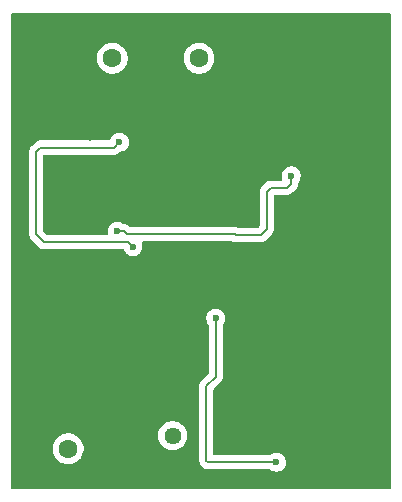
<source format=gbr>
%TF.GenerationSoftware,KiCad,Pcbnew,9.0.2*%
%TF.CreationDate,2025-05-22T13:04:18+05:30*%
%TF.ProjectId,GaN_pwr_delivery_module,47614e5f-7077-4725-9f64-656c69766572,rev?*%
%TF.SameCoordinates,Original*%
%TF.FileFunction,Copper,L2,Bot*%
%TF.FilePolarity,Positive*%
%FSLAX46Y46*%
G04 Gerber Fmt 4.6, Leading zero omitted, Abs format (unit mm)*
G04 Created by KiCad (PCBNEW 9.0.2) date 2025-05-22 13:04:18*
%MOMM*%
%LPD*%
G01*
G04 APERTURE LIST*
G04 Aperture macros list*
%AMRoundRect*
0 Rectangle with rounded corners*
0 $1 Rounding radius*
0 $2 $3 $4 $5 $6 $7 $8 $9 X,Y pos of 4 corners*
0 Add a 4 corners polygon primitive as box body*
4,1,4,$2,$3,$4,$5,$6,$7,$8,$9,$2,$3,0*
0 Add four circle primitives for the rounded corners*
1,1,$1+$1,$2,$3*
1,1,$1+$1,$4,$5*
1,1,$1+$1,$6,$7*
1,1,$1+$1,$8,$9*
0 Add four rect primitives between the rounded corners*
20,1,$1+$1,$2,$3,$4,$5,0*
20,1,$1+$1,$4,$5,$6,$7,0*
20,1,$1+$1,$6,$7,$8,$9,0*
20,1,$1+$1,$8,$9,$2,$3,0*%
G04 Aperture macros list end*
%TA.AperFunction,ComponentPad*%
%ADD10C,1.440000*%
%TD*%
%TA.AperFunction,ComponentPad*%
%ADD11RoundRect,0.250000X-0.550000X-0.550000X0.550000X-0.550000X0.550000X0.550000X-0.550000X0.550000X0*%
%TD*%
%TA.AperFunction,ComponentPad*%
%ADD12C,1.600000*%
%TD*%
%TA.AperFunction,ComponentPad*%
%ADD13RoundRect,0.250000X0.550000X0.550000X-0.550000X0.550000X-0.550000X-0.550000X0.550000X-0.550000X0*%
%TD*%
%TA.AperFunction,ViaPad*%
%ADD14C,0.200000*%
%TD*%
%TA.AperFunction,ViaPad*%
%ADD15C,0.600000*%
%TD*%
%TA.AperFunction,Conductor*%
%ADD16C,0.200000*%
%TD*%
G04 APERTURE END LIST*
D10*
%TO.P,RV1,1,1*%
%TO.N,Net-(R3-Pad2)*%
X230083333Y-143350000D03*
%TO.P,RV1,2,2*%
%TO.N,GND*%
X230083333Y-140810000D03*
%TO.P,RV1,3,3*%
X230083333Y-138270000D03*
%TD*%
D11*
%TO.P,J3,1,Pin_1*%
%TO.N,GND*%
X221383333Y-111400000D03*
D12*
%TO.P,J3,2,Pin_2*%
%TO.N,drainV*%
X224983333Y-111400000D03*
%TD*%
D11*
%TO.P,J2,1,Pin_1*%
%TO.N,GND*%
X228733333Y-111400000D03*
D12*
%TO.P,J2,2,Pin_2*%
%TO.N,negGateV*%
X232333333Y-111400000D03*
%TD*%
D13*
%TO.P,J1,1,Pin_1*%
%TO.N,GND*%
X224843333Y-144450000D03*
D12*
%TO.P,J1,2,Pin_2*%
%TO.N,+28V*%
X221243333Y-144450000D03*
%TD*%
D14*
%TO.N,GND*%
X241933333Y-134400000D03*
X235433333Y-139150000D03*
X232483333Y-113700000D03*
X235433333Y-140083333D03*
X238738888Y-110500000D03*
X219083333Y-116594444D03*
X239483333Y-138700000D03*
X244100000Y-123300000D03*
X224695658Y-117898795D03*
X234533333Y-121200000D03*
X245033333Y-123300000D03*
X233300000Y-119700000D03*
X237458333Y-139166667D03*
X228372222Y-112950000D03*
X219083333Y-117400000D03*
X237127777Y-110500000D03*
X247183333Y-118416667D03*
X241033333Y-120750000D03*
X220233333Y-120500000D03*
X231338889Y-112950000D03*
X244683333Y-114383333D03*
X232950000Y-112950000D03*
X245633333Y-141350000D03*
X235433333Y-140550000D03*
X242350000Y-135400000D03*
X235433333Y-138700000D03*
X225883333Y-133666667D03*
X245283333Y-116750000D03*
X247083333Y-111500000D03*
X237150000Y-142966667D03*
X234183333Y-116450000D03*
X234633333Y-117200000D03*
X240833333Y-137550000D03*
X236683333Y-143733333D03*
X240477777Y-110500000D03*
X237083333Y-132300000D03*
X237458333Y-137316667D03*
X238683333Y-140550000D03*
X225883333Y-129200000D03*
X244100000Y-125000000D03*
X227183333Y-110988889D03*
X243516666Y-137550000D03*
X237616666Y-142966667D03*
X221033333Y-119950000D03*
X245283333Y-127050000D03*
X239483333Y-136850000D03*
X237616666Y-142200000D03*
X222600000Y-112950000D03*
X227938888Y-136650000D03*
X239483333Y-136383333D03*
X238083333Y-143733333D03*
X240183333Y-136450000D03*
X245283333Y-119200000D03*
X247183333Y-113800000D03*
X240383333Y-123850000D03*
X236383333Y-140550000D03*
X233050000Y-114700000D03*
X230783333Y-133100000D03*
X229227777Y-135300000D03*
X230533333Y-112950000D03*
X230783333Y-132166667D03*
X243433333Y-110500000D03*
X237150000Y-142583333D03*
X225883333Y-136516667D03*
X238233333Y-140550000D03*
X237458333Y-138700000D03*
X238472222Y-112350000D03*
X247183333Y-122116667D03*
X243972222Y-112350000D03*
X237150000Y-144500000D03*
X231827777Y-136650000D03*
X233550000Y-115650000D03*
X234733333Y-120400000D03*
X237616666Y-143733333D03*
X247183333Y-125766667D03*
X233783333Y-110533333D03*
X244683333Y-113450000D03*
X244733333Y-116083333D03*
X225883333Y-137450000D03*
X219833333Y-110988889D03*
X241116666Y-136450000D03*
X226633333Y-122050000D03*
X245283333Y-118266667D03*
X236683333Y-142200000D03*
X229677777Y-136650000D03*
X233600000Y-121200000D03*
X236633333Y-112350000D03*
X235433333Y-137300000D03*
X221794444Y-112950000D03*
X244383333Y-124150000D03*
X241766666Y-137550000D03*
X239083333Y-132200000D03*
X233333333Y-117800000D03*
X242866666Y-136450000D03*
X233583333Y-116950000D03*
X227183333Y-110183333D03*
X240983333Y-121500000D03*
X237983333Y-131350000D03*
X233400000Y-113800000D03*
X240083333Y-112350000D03*
X238083333Y-144116667D03*
X238083333Y-142200000D03*
X238083333Y-142966667D03*
X219833333Y-110183333D03*
X225433333Y-128050000D03*
X245033333Y-125000000D03*
X233783333Y-112950000D03*
X245283333Y-115816667D03*
X235033333Y-116200000D03*
X244733333Y-122400000D03*
X247183333Y-114616667D03*
X240833333Y-122150000D03*
X227183333Y-111794444D03*
X232144444Y-112950000D03*
X235433333Y-136850000D03*
X219833333Y-112600000D03*
X236094444Y-110500000D03*
X247183333Y-120366667D03*
X235233333Y-142125000D03*
X241016666Y-112350000D03*
X239483333Y-137766667D03*
X219283333Y-114133333D03*
X234233333Y-119700000D03*
X247183333Y-121300000D03*
X226683333Y-120850000D03*
X235433333Y-138233333D03*
X236833333Y-140550000D03*
X247183333Y-124950000D03*
X227533333Y-122900000D03*
X233600000Y-118850000D03*
X237150000Y-143733333D03*
X225883333Y-135700000D03*
X234977777Y-110500000D03*
X244333333Y-126150000D03*
X247183333Y-129550000D03*
X237458333Y-135933333D03*
X237458333Y-139633333D03*
X239277777Y-112350000D03*
X234333333Y-113800000D03*
X237458333Y-136400000D03*
X229983333Y-112950000D03*
X237458333Y-138250000D03*
X239150000Y-140550000D03*
X228744444Y-136650000D03*
X246727777Y-110500000D03*
X242627777Y-110500000D03*
X242583333Y-137550000D03*
X235233333Y-142700000D03*
X225691256Y-116190136D03*
X244350000Y-127050000D03*
X238083333Y-144500000D03*
X239544444Y-110500000D03*
X237458333Y-140100000D03*
X237666666Y-112350000D03*
X238083333Y-142583333D03*
X225883333Y-131916667D03*
X234533333Y-118850000D03*
X235916666Y-140550000D03*
X237616666Y-144500000D03*
X237150000Y-144116667D03*
X244333333Y-141000000D03*
X233783333Y-112144444D03*
X247183333Y-128616667D03*
X240583333Y-122944444D03*
X241594444Y-110500000D03*
X239283333Y-115650000D03*
X227408396Y-117574039D03*
X235433333Y-136383333D03*
X242866666Y-134400000D03*
X227203149Y-116259180D03*
X247183333Y-126700000D03*
X239483333Y-139616667D03*
X224088889Y-112950000D03*
X241683333Y-120700000D03*
X224862060Y-116002623D03*
X241483333Y-121400000D03*
X243400000Y-126150000D03*
X247183333Y-112866667D03*
X231500000Y-144250000D03*
X220988889Y-112950000D03*
X227583333Y-120200000D03*
X224894444Y-112950000D03*
X237616666Y-142583333D03*
X243800000Y-122400000D03*
X226783333Y-123400000D03*
X239483333Y-140550000D03*
X243283333Y-135400000D03*
X247183333Y-117600000D03*
X234233333Y-117800000D03*
X244733333Y-115150000D03*
X230033333Y-135300000D03*
X225883333Y-134600000D03*
X236683333Y-142583333D03*
X237458333Y-137783333D03*
X226471960Y-115899999D03*
X245283333Y-121350000D03*
X226728518Y-116727398D03*
X235983333Y-131500000D03*
X219283333Y-114938889D03*
X237533333Y-127700000D03*
X247183333Y-127800000D03*
X239483333Y-138233333D03*
X232633333Y-136650000D03*
X247183333Y-116666667D03*
X225883333Y-130950000D03*
X241533333Y-135400000D03*
X247183333Y-119350000D03*
X243166666Y-112350000D03*
X227235219Y-115585716D03*
X235516666Y-112350000D03*
X226728518Y-117535555D03*
X229177777Y-112950000D03*
X225883333Y-130016667D03*
X241933333Y-136450000D03*
X237766666Y-140550000D03*
X237616666Y-144116667D03*
X244577777Y-110500000D03*
X223283333Y-112950000D03*
X236683333Y-142966667D03*
X237150000Y-142200000D03*
X237300000Y-140550000D03*
X243400000Y-141000000D03*
X233983333Y-114700000D03*
X247183333Y-123050000D03*
X239483333Y-139150000D03*
X236683333Y-143350000D03*
X220183333Y-112950000D03*
X235433333Y-137766667D03*
X239483333Y-140083333D03*
X237616666Y-143350000D03*
X230794444Y-136650000D03*
X235433333Y-139616667D03*
X245694444Y-110500000D03*
X225883333Y-132850000D03*
X238083333Y-143350000D03*
X219300000Y-120500000D03*
X245283333Y-120416667D03*
X240600000Y-135400000D03*
X233800000Y-120400000D03*
X240183333Y-134400000D03*
X236683333Y-144116667D03*
X243450000Y-124150000D03*
X236683333Y-144500000D03*
X219833333Y-111794444D03*
X227483333Y-121600000D03*
X242133333Y-112350000D03*
X227566666Y-112950000D03*
X247183333Y-115550000D03*
X227183333Y-112600000D03*
X241116666Y-134400000D03*
X239483333Y-137300000D03*
X234483333Y-115650000D03*
X227077777Y-135300000D03*
X237458333Y-136850000D03*
X237933333Y-110500000D03*
X237150000Y-143350000D03*
X247183333Y-124016667D03*
X235233333Y-141550000D03*
X228194444Y-135300000D03*
X245633333Y-142283333D03*
X223109276Y-118275080D03*
D15*
%TO.N,posGateV*%
X233733333Y-133400000D03*
X238883333Y-145600000D03*
%TO.N,+28V*%
X240133333Y-121350000D03*
X225383333Y-126050000D03*
%TO.N,isGateOn*%
X226733333Y-127350000D03*
X225583333Y-118500000D03*
%TD*%
D16*
%TO.N,posGateV*%
X233733333Y-133400000D02*
X233733333Y-138350000D01*
X232933333Y-145450000D02*
X233083333Y-145600000D01*
X233733333Y-138350000D02*
X232933333Y-139150000D01*
X233083333Y-145600000D02*
X238883333Y-145600000D01*
X232933333Y-139150000D02*
X232933333Y-145450000D01*
%TO.N,+28V*%
X235433333Y-126350000D02*
X237583333Y-126350000D01*
X226000433Y-126050000D02*
X226250433Y-126300000D01*
X238383333Y-122350000D02*
X239783333Y-122350000D01*
X240133333Y-122000000D02*
X240133333Y-121350000D01*
X239783333Y-122350000D02*
X240133333Y-122000000D01*
X238058333Y-125875000D02*
X238058333Y-122675000D01*
X238058333Y-122675000D02*
X238383333Y-122350000D01*
X226250433Y-126300000D02*
X235383333Y-126300000D01*
X225383333Y-126050000D02*
X226000433Y-126050000D01*
X235383333Y-126300000D02*
X235433333Y-126350000D01*
X237583333Y-126350000D02*
X238058333Y-125875000D01*
%TO.N,isGateOn*%
X225133333Y-118950000D02*
X225583333Y-118500000D01*
X218533333Y-119300000D02*
X218883333Y-118950000D01*
X219183333Y-126950000D02*
X218533333Y-126300000D01*
X218533333Y-126300000D02*
X218533333Y-119300000D01*
X226733333Y-127350000D02*
X226333333Y-126950000D01*
X218883333Y-118950000D02*
X225133333Y-118950000D01*
X226333333Y-126950000D02*
X219183333Y-126950000D01*
%TD*%
%TA.AperFunction,Conductor*%
%TO.N,GND*%
G36*
X248525872Y-107570185D02*
G01*
X248571627Y-107622989D01*
X248582833Y-107674500D01*
X248582833Y-147725500D01*
X248563148Y-147792539D01*
X248510344Y-147838294D01*
X248458833Y-147849500D01*
X216507833Y-147849500D01*
X216440794Y-147829815D01*
X216395039Y-147777011D01*
X216383833Y-147725500D01*
X216383833Y-144347648D01*
X219942833Y-144347648D01*
X219942833Y-144552351D01*
X219974855Y-144754534D01*
X220038114Y-144949223D01*
X220131048Y-145131613D01*
X220251361Y-145297213D01*
X220396119Y-145441971D01*
X220505106Y-145521153D01*
X220561723Y-145562287D01*
X220677940Y-145621503D01*
X220744109Y-145655218D01*
X220744111Y-145655218D01*
X220744114Y-145655220D01*
X220825873Y-145681785D01*
X220938798Y-145718477D01*
X221023547Y-145731900D01*
X221140981Y-145750500D01*
X221140982Y-145750500D01*
X221345684Y-145750500D01*
X221345685Y-145750500D01*
X221547867Y-145718477D01*
X221742552Y-145655220D01*
X221924943Y-145562287D01*
X221970684Y-145529054D01*
X232332831Y-145529054D01*
X232373756Y-145681785D01*
X232402691Y-145731900D01*
X232402692Y-145731904D01*
X232402693Y-145731904D01*
X232452812Y-145818714D01*
X232452814Y-145818717D01*
X232571682Y-145937585D01*
X232571688Y-145937590D01*
X232598472Y-145964374D01*
X232598482Y-145964385D01*
X232602812Y-145968715D01*
X232602813Y-145968716D01*
X232714617Y-146080520D01*
X232766178Y-146110288D01*
X232801428Y-146130639D01*
X232801430Y-146130641D01*
X232839484Y-146152611D01*
X232851548Y-146159577D01*
X233004276Y-146200501D01*
X233004279Y-146200501D01*
X233169986Y-146200501D01*
X233170002Y-146200500D01*
X238303567Y-146200500D01*
X238370606Y-146220185D01*
X238372458Y-146221398D01*
X238504147Y-146309390D01*
X238504160Y-146309397D01*
X238649831Y-146369735D01*
X238649836Y-146369737D01*
X238804486Y-146400499D01*
X238804489Y-146400500D01*
X238804491Y-146400500D01*
X238962177Y-146400500D01*
X238962178Y-146400499D01*
X239116830Y-146369737D01*
X239262512Y-146309394D01*
X239393622Y-146221789D01*
X239505122Y-146110289D01*
X239592727Y-145979179D01*
X239653070Y-145833497D01*
X239683833Y-145678842D01*
X239683833Y-145521158D01*
X239683833Y-145521155D01*
X239683832Y-145521153D01*
X239653070Y-145366503D01*
X239624372Y-145297219D01*
X239592730Y-145220827D01*
X239592723Y-145220814D01*
X239505122Y-145089711D01*
X239505119Y-145089707D01*
X239393625Y-144978213D01*
X239393621Y-144978210D01*
X239262518Y-144890609D01*
X239262505Y-144890602D01*
X239116834Y-144830264D01*
X239116822Y-144830261D01*
X238962178Y-144799500D01*
X238962175Y-144799500D01*
X238804491Y-144799500D01*
X238804488Y-144799500D01*
X238649843Y-144830261D01*
X238649831Y-144830264D01*
X238504160Y-144890602D01*
X238504147Y-144890609D01*
X238372458Y-144978602D01*
X238305780Y-144999480D01*
X238303567Y-144999500D01*
X233657833Y-144999500D01*
X233590794Y-144979815D01*
X233545039Y-144927011D01*
X233533833Y-144875500D01*
X233533833Y-139450096D01*
X233553518Y-139383057D01*
X233570148Y-139362419D01*
X234102046Y-138830521D01*
X234102049Y-138830520D01*
X234213853Y-138718716D01*
X234263972Y-138631904D01*
X234292910Y-138581785D01*
X234333834Y-138429057D01*
X234333834Y-138270943D01*
X234333834Y-138263348D01*
X234333833Y-138263330D01*
X234333833Y-133979765D01*
X234353518Y-133912726D01*
X234354731Y-133910874D01*
X234442723Y-133779185D01*
X234442723Y-133779184D01*
X234442727Y-133779179D01*
X234503070Y-133633497D01*
X234533833Y-133478842D01*
X234533833Y-133321158D01*
X234533833Y-133321155D01*
X234533832Y-133321153D01*
X234503071Y-133166510D01*
X234503070Y-133166503D01*
X234503068Y-133166498D01*
X234442730Y-133020827D01*
X234442723Y-133020814D01*
X234355122Y-132889711D01*
X234355119Y-132889707D01*
X234243625Y-132778213D01*
X234243621Y-132778210D01*
X234112518Y-132690609D01*
X234112505Y-132690602D01*
X233966834Y-132630264D01*
X233966822Y-132630261D01*
X233812178Y-132599500D01*
X233812175Y-132599500D01*
X233654491Y-132599500D01*
X233654488Y-132599500D01*
X233499843Y-132630261D01*
X233499831Y-132630264D01*
X233354160Y-132690602D01*
X233354147Y-132690609D01*
X233223044Y-132778210D01*
X233223040Y-132778213D01*
X233111546Y-132889707D01*
X233111543Y-132889711D01*
X233023942Y-133020814D01*
X233023935Y-133020827D01*
X232963597Y-133166498D01*
X232963594Y-133166510D01*
X232932833Y-133321153D01*
X232932833Y-133478846D01*
X232963594Y-133633489D01*
X232963597Y-133633501D01*
X233023935Y-133779172D01*
X233023942Y-133779185D01*
X233111935Y-133910874D01*
X233132813Y-133977551D01*
X233132833Y-133979765D01*
X233132833Y-138049902D01*
X233113148Y-138116941D01*
X233096514Y-138137583D01*
X232452814Y-138781282D01*
X232452812Y-138781284D01*
X232432832Y-138815891D01*
X232424387Y-138830520D01*
X232373756Y-138918215D01*
X232332832Y-139070943D01*
X232332832Y-139229057D01*
X232332832Y-139229059D01*
X232332833Y-139239053D01*
X232332833Y-145363330D01*
X232332832Y-145363348D01*
X232332832Y-145529054D01*
X232332831Y-145529054D01*
X221970684Y-145529054D01*
X222017923Y-145494732D01*
X222090546Y-145441971D01*
X222090548Y-145441968D01*
X222090552Y-145441966D01*
X222235299Y-145297219D01*
X222235301Y-145297215D01*
X222235304Y-145297213D01*
X222290810Y-145220814D01*
X222355620Y-145131610D01*
X222448553Y-144949219D01*
X222511810Y-144754534D01*
X222543833Y-144552352D01*
X222543833Y-144347648D01*
X222511810Y-144145466D01*
X222511692Y-144145104D01*
X222448551Y-143950776D01*
X222414836Y-143884607D01*
X222355620Y-143768390D01*
X222347889Y-143757749D01*
X222235304Y-143602786D01*
X222090550Y-143458032D01*
X222090545Y-143458028D01*
X221941018Y-143349391D01*
X221924946Y-143337714D01*
X221760541Y-143253945D01*
X228862833Y-143253945D01*
X228862833Y-143446054D01*
X228892886Y-143635802D01*
X228952249Y-143818506D01*
X228952251Y-143818509D01*
X229039468Y-143989681D01*
X229152388Y-144145102D01*
X229288231Y-144280945D01*
X229443652Y-144393865D01*
X229614824Y-144481082D01*
X229614826Y-144481083D01*
X229706178Y-144510764D01*
X229797532Y-144540447D01*
X229987278Y-144570500D01*
X229987279Y-144570500D01*
X230179387Y-144570500D01*
X230179388Y-144570500D01*
X230369134Y-144540447D01*
X230551842Y-144481082D01*
X230723014Y-144393865D01*
X230878435Y-144280945D01*
X231014278Y-144145102D01*
X231127198Y-143989681D01*
X231214415Y-143818509D01*
X231273780Y-143635801D01*
X231303833Y-143446055D01*
X231303833Y-143253945D01*
X231273780Y-143064199D01*
X231214415Y-142881491D01*
X231127198Y-142710319D01*
X231014278Y-142554898D01*
X230878435Y-142419055D01*
X230723014Y-142306135D01*
X230551839Y-142218916D01*
X230369135Y-142159553D01*
X230274261Y-142144526D01*
X230179388Y-142129500D01*
X229987278Y-142129500D01*
X229924029Y-142139517D01*
X229797530Y-142159553D01*
X229614826Y-142218916D01*
X229443651Y-142306135D01*
X229354978Y-142370560D01*
X229288231Y-142419055D01*
X229288229Y-142419057D01*
X229288228Y-142419057D01*
X229152390Y-142554895D01*
X229152390Y-142554896D01*
X229152388Y-142554898D01*
X229103893Y-142621645D01*
X229039468Y-142710318D01*
X228952249Y-142881493D01*
X228892886Y-143064197D01*
X228862833Y-143253945D01*
X221760541Y-143253945D01*
X221742556Y-143244781D01*
X221547867Y-143181522D01*
X221373328Y-143153878D01*
X221345685Y-143149500D01*
X221140981Y-143149500D01*
X221116662Y-143153351D01*
X220938798Y-143181522D01*
X220744109Y-143244781D01*
X220561719Y-143337715D01*
X220396119Y-143458028D01*
X220251361Y-143602786D01*
X220131048Y-143768386D01*
X220038114Y-143950776D01*
X219974855Y-144145465D01*
X219942833Y-144347648D01*
X216383833Y-144347648D01*
X216383833Y-126379054D01*
X217932831Y-126379054D01*
X217932832Y-126379057D01*
X217973756Y-126531785D01*
X217983984Y-126549500D01*
X218052810Y-126668712D01*
X218052814Y-126668717D01*
X218171682Y-126787585D01*
X218171688Y-126787590D01*
X218698472Y-127314374D01*
X218698482Y-127314385D01*
X218702812Y-127318715D01*
X218702813Y-127318716D01*
X218814617Y-127430520D01*
X218901428Y-127480639D01*
X218901430Y-127480641D01*
X218939484Y-127502611D01*
X218951548Y-127509577D01*
X219104276Y-127550501D01*
X219104279Y-127550501D01*
X219269986Y-127550501D01*
X219270002Y-127550500D01*
X225867074Y-127550500D01*
X225934113Y-127570185D01*
X225979868Y-127622989D01*
X225981635Y-127627048D01*
X226023935Y-127729172D01*
X226023942Y-127729185D01*
X226111543Y-127860288D01*
X226111546Y-127860292D01*
X226223040Y-127971786D01*
X226223044Y-127971789D01*
X226354147Y-128059390D01*
X226354160Y-128059397D01*
X226499831Y-128119735D01*
X226499836Y-128119737D01*
X226654486Y-128150499D01*
X226654489Y-128150500D01*
X226654491Y-128150500D01*
X226812177Y-128150500D01*
X226812178Y-128150499D01*
X226966830Y-128119737D01*
X227112512Y-128059394D01*
X227243622Y-127971789D01*
X227355122Y-127860289D01*
X227442727Y-127729179D01*
X227503070Y-127583497D01*
X227533833Y-127428842D01*
X227533833Y-127271158D01*
X227533833Y-127271155D01*
X227533832Y-127271153D01*
X227503071Y-127116510D01*
X227503070Y-127116503D01*
X227484617Y-127071952D01*
X227477148Y-127002483D01*
X227508424Y-126940004D01*
X227568513Y-126904352D01*
X227599178Y-126900500D01*
X235154970Y-126900500D01*
X235193513Y-126908165D01*
X235193699Y-126907473D01*
X235201547Y-126909575D01*
X235201549Y-126909577D01*
X235354276Y-126950501D01*
X235354278Y-126950501D01*
X235519987Y-126950501D01*
X235520003Y-126950500D01*
X237496664Y-126950500D01*
X237496680Y-126950501D01*
X237504276Y-126950501D01*
X237662387Y-126950501D01*
X237662390Y-126950501D01*
X237815118Y-126909577D01*
X237865237Y-126880639D01*
X237952049Y-126830520D01*
X238063853Y-126718716D01*
X238063853Y-126718714D01*
X238074061Y-126708507D01*
X238074063Y-126708504D01*
X238416839Y-126365728D01*
X238416844Y-126365724D01*
X238427047Y-126355520D01*
X238427049Y-126355520D01*
X238538853Y-126243716D01*
X238617910Y-126106784D01*
X238654251Y-125971158D01*
X238658833Y-125954058D01*
X238658833Y-125795943D01*
X238658833Y-123074500D01*
X238678518Y-123007461D01*
X238731322Y-122961706D01*
X238782833Y-122950500D01*
X239696664Y-122950500D01*
X239696680Y-122950501D01*
X239704276Y-122950501D01*
X239862387Y-122950501D01*
X239862390Y-122950501D01*
X240015118Y-122909577D01*
X240065237Y-122880639D01*
X240152049Y-122830520D01*
X240263853Y-122718716D01*
X240263854Y-122718714D01*
X240613853Y-122368716D01*
X240692910Y-122231784D01*
X240733834Y-122079057D01*
X240733834Y-121929764D01*
X240753519Y-121862725D01*
X240754732Y-121860873D01*
X240842723Y-121729185D01*
X240842723Y-121729184D01*
X240842727Y-121729179D01*
X240903070Y-121583497D01*
X240933833Y-121428842D01*
X240933833Y-121271158D01*
X240933833Y-121271155D01*
X240933832Y-121271153D01*
X240903071Y-121116510D01*
X240903070Y-121116503D01*
X240903068Y-121116498D01*
X240842730Y-120970827D01*
X240842723Y-120970814D01*
X240755122Y-120839711D01*
X240755119Y-120839707D01*
X240643625Y-120728213D01*
X240643621Y-120728210D01*
X240512518Y-120640609D01*
X240512505Y-120640602D01*
X240366834Y-120580264D01*
X240366822Y-120580261D01*
X240212178Y-120549500D01*
X240212175Y-120549500D01*
X240054491Y-120549500D01*
X240054488Y-120549500D01*
X239899843Y-120580261D01*
X239899831Y-120580264D01*
X239754160Y-120640602D01*
X239754147Y-120640609D01*
X239623044Y-120728210D01*
X239623040Y-120728213D01*
X239511546Y-120839707D01*
X239511543Y-120839711D01*
X239423942Y-120970814D01*
X239423935Y-120970827D01*
X239363597Y-121116498D01*
X239363594Y-121116510D01*
X239332833Y-121271153D01*
X239332833Y-121428846D01*
X239363594Y-121583489D01*
X239365364Y-121589324D01*
X239362612Y-121590158D01*
X239368836Y-121647359D01*
X239337642Y-121709878D01*
X239277599Y-121745608D01*
X239246778Y-121749500D01*
X238304273Y-121749500D01*
X238263352Y-121760464D01*
X238263352Y-121760465D01*
X238226084Y-121770451D01*
X238151547Y-121790423D01*
X238151542Y-121790426D01*
X238014623Y-121869475D01*
X238014615Y-121869481D01*
X237577814Y-122306282D01*
X237577813Y-122306284D01*
X237541768Y-122368716D01*
X237498756Y-122443215D01*
X237457832Y-122595943D01*
X237457832Y-122595945D01*
X237457832Y-122764046D01*
X237457833Y-122764059D01*
X237457833Y-125574903D01*
X237449188Y-125604343D01*
X237442665Y-125634330D01*
X237438910Y-125639345D01*
X237438148Y-125641942D01*
X237421514Y-125662584D01*
X237370917Y-125713181D01*
X237309594Y-125746666D01*
X237283236Y-125749500D01*
X235661697Y-125749500D01*
X235623153Y-125741834D01*
X235622968Y-125742527D01*
X235615119Y-125740424D01*
X235615118Y-125740423D01*
X235462390Y-125699499D01*
X235304276Y-125699499D01*
X235296680Y-125699499D01*
X235296664Y-125699500D01*
X226550531Y-125699500D01*
X226483492Y-125679815D01*
X226462850Y-125663181D01*
X226369150Y-125569481D01*
X226369149Y-125569480D01*
X226282337Y-125519360D01*
X226282337Y-125519359D01*
X226282333Y-125519358D01*
X226232218Y-125490423D01*
X226079490Y-125449499D01*
X225963097Y-125449499D01*
X225896058Y-125429814D01*
X225894206Y-125428601D01*
X225762518Y-125340609D01*
X225762505Y-125340602D01*
X225616834Y-125280264D01*
X225616822Y-125280261D01*
X225462178Y-125249500D01*
X225462175Y-125249500D01*
X225304491Y-125249500D01*
X225304488Y-125249500D01*
X225149843Y-125280261D01*
X225149831Y-125280264D01*
X225004160Y-125340602D01*
X225004147Y-125340609D01*
X224873044Y-125428210D01*
X224873040Y-125428213D01*
X224761546Y-125539707D01*
X224761543Y-125539711D01*
X224673942Y-125670814D01*
X224673935Y-125670827D01*
X224613597Y-125816498D01*
X224613594Y-125816510D01*
X224582833Y-125971153D01*
X224582833Y-126128846D01*
X224597247Y-126201309D01*
X224591020Y-126270900D01*
X224548157Y-126326078D01*
X224482267Y-126349322D01*
X224475630Y-126349500D01*
X219483430Y-126349500D01*
X219416391Y-126329815D01*
X219395749Y-126313181D01*
X219170152Y-126087584D01*
X219136667Y-126026261D01*
X219133833Y-125999903D01*
X219133833Y-119674500D01*
X219153518Y-119607461D01*
X219206322Y-119561706D01*
X219257833Y-119550500D01*
X225046664Y-119550500D01*
X225046680Y-119550501D01*
X225054276Y-119550501D01*
X225212387Y-119550501D01*
X225212390Y-119550501D01*
X225365118Y-119509577D01*
X225415237Y-119480639D01*
X225502049Y-119430520D01*
X225597996Y-119334572D01*
X225659317Y-119301088D01*
X225661485Y-119300637D01*
X225662174Y-119300500D01*
X225662175Y-119300500D01*
X225816830Y-119269737D01*
X225962512Y-119209394D01*
X226093622Y-119121789D01*
X226205122Y-119010289D01*
X226292727Y-118879179D01*
X226353070Y-118733497D01*
X226383833Y-118578842D01*
X226383833Y-118421158D01*
X226383833Y-118421155D01*
X226383832Y-118421153D01*
X226353071Y-118266510D01*
X226353070Y-118266503D01*
X226353068Y-118266498D01*
X226292730Y-118120827D01*
X226292723Y-118120814D01*
X226205122Y-117989711D01*
X226205119Y-117989707D01*
X226093625Y-117878213D01*
X226093621Y-117878210D01*
X225962518Y-117790609D01*
X225962505Y-117790602D01*
X225816834Y-117730264D01*
X225816822Y-117730261D01*
X225662178Y-117699500D01*
X225662175Y-117699500D01*
X225504491Y-117699500D01*
X225504488Y-117699500D01*
X225349843Y-117730261D01*
X225349831Y-117730264D01*
X225204160Y-117790602D01*
X225204147Y-117790609D01*
X225073044Y-117878210D01*
X225073040Y-117878213D01*
X224961546Y-117989707D01*
X224961543Y-117989711D01*
X224873942Y-118120814D01*
X224873935Y-118120827D01*
X224811265Y-118272131D01*
X224808810Y-118271114D01*
X224776823Y-118319930D01*
X224713012Y-118348390D01*
X224696455Y-118349500D01*
X218970003Y-118349500D01*
X218969987Y-118349499D01*
X218962391Y-118349499D01*
X218804276Y-118349499D01*
X218727912Y-118369961D01*
X218651547Y-118390423D01*
X218651542Y-118390426D01*
X218514623Y-118469475D01*
X218514615Y-118469481D01*
X218157550Y-118826546D01*
X218157547Y-118826548D01*
X218157548Y-118826549D01*
X218052811Y-118931286D01*
X218024333Y-118980612D01*
X218010094Y-119005276D01*
X217973756Y-119068215D01*
X217932832Y-119220943D01*
X217932832Y-119379057D01*
X217932832Y-119379059D01*
X217932833Y-119389053D01*
X217932833Y-126213330D01*
X217932832Y-126213348D01*
X217932832Y-126379054D01*
X217932831Y-126379054D01*
X216383833Y-126379054D01*
X216383833Y-111297648D01*
X223682833Y-111297648D01*
X223682833Y-111502351D01*
X223714855Y-111704534D01*
X223778114Y-111899223D01*
X223871048Y-112081613D01*
X223991361Y-112247213D01*
X224136119Y-112391971D01*
X224291082Y-112504556D01*
X224301723Y-112512287D01*
X224417940Y-112571503D01*
X224484109Y-112605218D01*
X224484111Y-112605218D01*
X224484114Y-112605220D01*
X224588470Y-112639127D01*
X224678798Y-112668477D01*
X224779890Y-112684488D01*
X224880981Y-112700500D01*
X224880982Y-112700500D01*
X225085684Y-112700500D01*
X225085685Y-112700500D01*
X225287867Y-112668477D01*
X225482552Y-112605220D01*
X225664943Y-112512287D01*
X225757923Y-112444732D01*
X225830546Y-112391971D01*
X225830548Y-112391968D01*
X225830552Y-112391966D01*
X225975299Y-112247219D01*
X225975301Y-112247215D01*
X225975304Y-112247213D01*
X226028065Y-112174590D01*
X226095620Y-112081610D01*
X226188553Y-111899219D01*
X226251810Y-111704534D01*
X226283833Y-111502352D01*
X226283833Y-111297648D01*
X231032833Y-111297648D01*
X231032833Y-111502351D01*
X231064855Y-111704534D01*
X231128114Y-111899223D01*
X231221048Y-112081613D01*
X231341361Y-112247213D01*
X231486119Y-112391971D01*
X231641082Y-112504556D01*
X231651723Y-112512287D01*
X231767940Y-112571503D01*
X231834109Y-112605218D01*
X231834111Y-112605218D01*
X231834114Y-112605220D01*
X231938470Y-112639127D01*
X232028798Y-112668477D01*
X232129890Y-112684488D01*
X232230981Y-112700500D01*
X232230982Y-112700500D01*
X232435684Y-112700500D01*
X232435685Y-112700500D01*
X232637867Y-112668477D01*
X232832552Y-112605220D01*
X233014943Y-112512287D01*
X233107923Y-112444732D01*
X233180546Y-112391971D01*
X233180548Y-112391968D01*
X233180552Y-112391966D01*
X233325299Y-112247219D01*
X233325301Y-112247215D01*
X233325304Y-112247213D01*
X233378065Y-112174590D01*
X233445620Y-112081610D01*
X233538553Y-111899219D01*
X233601810Y-111704534D01*
X233633833Y-111502352D01*
X233633833Y-111297648D01*
X233601810Y-111095466D01*
X233538553Y-110900781D01*
X233538551Y-110900778D01*
X233538551Y-110900776D01*
X233504836Y-110834607D01*
X233445620Y-110718390D01*
X233437889Y-110707749D01*
X233325304Y-110552786D01*
X233180546Y-110408028D01*
X233014946Y-110287715D01*
X233014945Y-110287714D01*
X233014943Y-110287713D01*
X232957986Y-110258691D01*
X232832556Y-110194781D01*
X232637867Y-110131522D01*
X232463328Y-110103878D01*
X232435685Y-110099500D01*
X232230981Y-110099500D01*
X232206662Y-110103351D01*
X232028798Y-110131522D01*
X231834109Y-110194781D01*
X231651719Y-110287715D01*
X231486119Y-110408028D01*
X231341361Y-110552786D01*
X231221048Y-110718386D01*
X231128114Y-110900776D01*
X231064855Y-111095465D01*
X231032833Y-111297648D01*
X226283833Y-111297648D01*
X226251810Y-111095466D01*
X226188553Y-110900781D01*
X226188551Y-110900778D01*
X226188551Y-110900776D01*
X226154836Y-110834607D01*
X226095620Y-110718390D01*
X226087889Y-110707749D01*
X225975304Y-110552786D01*
X225830546Y-110408028D01*
X225664946Y-110287715D01*
X225664945Y-110287714D01*
X225664943Y-110287713D01*
X225607986Y-110258691D01*
X225482556Y-110194781D01*
X225287867Y-110131522D01*
X225113328Y-110103878D01*
X225085685Y-110099500D01*
X224880981Y-110099500D01*
X224856662Y-110103351D01*
X224678798Y-110131522D01*
X224484109Y-110194781D01*
X224301719Y-110287715D01*
X224136119Y-110408028D01*
X223991361Y-110552786D01*
X223871048Y-110718386D01*
X223778114Y-110900776D01*
X223714855Y-111095465D01*
X223682833Y-111297648D01*
X216383833Y-111297648D01*
X216383833Y-107674500D01*
X216403518Y-107607461D01*
X216456322Y-107561706D01*
X216507833Y-107550500D01*
X248458833Y-107550500D01*
X248525872Y-107570185D01*
G37*
%TD.AperFunction*%
%TD*%
M02*

</source>
